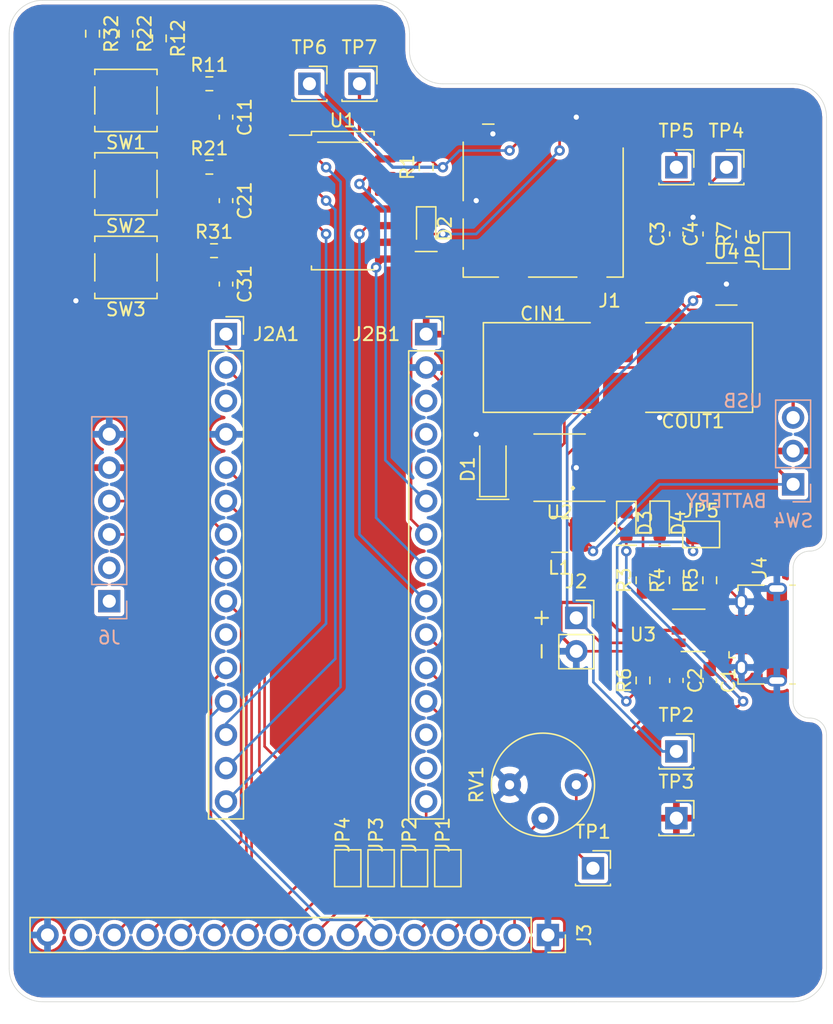
<source format=kicad_pcb>
(kicad_pcb (version 20211014) (generator pcbnew)
  (layers (0 "F.Cu" signal) (31 "B.Cu" signal) (35 "F.Paste" user) (36 "B.SilkS" user "B.Silkscreen") (37 "F.SilkS" user "F.Silkscreen") (38 "B.Mask" user) (39 "F.Mask" user) (44 "Edge.Cuts" user))
  (net 0 "")
  (net 1 "GNDREF")
  (net 2 "+5V")
  (net 3 "+3V3")
  (net 4 "Net-(C11-Pad1)")
  (net 5 "Net-(C21-Pad1)")
  (net 6 "Net-(C31-Pad1)")
  (net 7 "Net-(D1-Pad1)")
  (net 8 "Net-(D2-Pad2)")
  (net 9 "Net-(D2-Pad1)")
  (net 10 "Net-(D3-Pad1)")
  (net 11 "Net-(D4-Pad2)")
  (net 12 "/SPI1_MISO")
  (net 13 "Net-(J1-Pad3)")
  (net 14 "Net-(J1-Pad2)")
  (net 15 "/LCD_DB7")
  (net 16 "/LCD_DB6")
  (net 17 "/LCD_DB5")
  (net 18 "/LCD_DB4")
  (net 19 "Net-(J3-Pad10)")
  (net 20 "Net-(J3-Pad9)")
  (net 21 "Net-(J3-Pad8)")
  (net 22 "Net-(J3-Pad7)")
  (net 23 "/LCD_EN")
  (net 24 "/LCD_RW")
  (net 25 "/LCD_RS")
  (net 26 "Net-(J3-Pad3)")
  (net 30 "/I2C1_SDA")
  (net 31 "/I2C1_SCL")
  (net 34 "/GPIO_EXTI4")
  (net 35 "/GPIO_EXTI5")
  (net 36 "/GPIO_EXTI11")
  (net 37 "/LCD_DB3")
  (net 38 "/LCD_DB2")
  (net 39 "/LCD_DB1")
  (net 40 "/LCD_DB0")
  (net 41 "/SPI1_NSS")
  (net 42 "/SPI1_SCK")
  (net 43 "/SPI1_MOSI")
  (net 44 "Net-(JP5-Pad1)")
  (net 45 "Net-(JP5-Pad2)")
  (net 46 "Net-(R3-Pad1)")
  (net 47 "Net-(R11-Pad1)")
  (net 48 "Net-(R21-Pad1)")
  (net 49 "Net-(R31-Pad1)")
  (net 50 "Net-(C4-Pad1)")
  (net 51 "Net-(COUT1-Pad1)")
  (net 52 "Net-(JP6-Pad1)")
  (net 53 "Net-(JP6-Pad2)")
  (net 54 "/+3V7")
  (net 62 "Net-(J3-Pad15)")
  (footprint "Capacitor_SMD:C_0603_1608Metric_Pad1.08x0.95mm_HandSolder" (layer "F.Cu") (at 194.31 115.25 -90)
    (fp_text reference "C1")
    (fp_text value "10p")
  )
  (footprint "Capacitor_SMD:C_0603_1608Metric_Pad1.08x0.95mm_HandSolder" (layer "F.Cu") (at 191.77 115.25 -90)
    (fp_text reference "C2")
    (fp_text value "10p")
  )
  (footprint "Capacitor_SMD:C_0603_1608Metric_Pad1.08x0.95mm_HandSolder" (layer "F.Cu") (at 157.48 72.39 -90)
    (fp_text reference "C11")
    (fp_text value "100nF")
  )
  (footprint "Capacitor_SMD:C_0603_1608Metric_Pad1.08x0.95mm_HandSolder" (layer "F.Cu") (at 157.48 78.74 -90)
    (fp_text reference "C21")
    (fp_text value "100nF")
  )
  (footprint "Capacitor_SMD:C_0603_1608Metric_Pad1.08x0.95mm_HandSolder" (layer "F.Cu") (at 157.48 85.09 -90)
    (fp_text reference "C31")
    (fp_text value "100nF")
  )
  (footprint "Capacitor_Tantalum_SMD:CP_EIA-7260-38_AVX-R_Pad2.68x6.30mm_HandSolder" (layer "F.Cu") (at 181.61 91.44)
    (fp_text reference "CIN1")
    (fp_text value "120uF")
  )
  (footprint "Capacitor_Tantalum_SMD:CP_EIA-7260-15_AVX-R_Pad2.68x6.30mm_HandSolder" (layer "F.Cu") (at 193.04 91.44 180)
    (fp_text reference "COUT1")
    (fp_text value "33uF")
  )
  (footprint "Diode_SMD:D_SOD-123F" (layer "F.Cu") (at 177.8 99.06 90)
    (fp_text reference "D1")
    (fp_text value "SM5817PL")
  )
  (footprint "LED_SMD:LED_0603_1608Metric_Pad1.05x0.95mm_HandSolder" (layer "F.Cu") (at 172.72 80.8725 -90)
    (fp_text reference "D2")
    (fp_text value "LED3")
  )
  (footprint "LED_SMD:LED_0603_1608Metric_Pad1.05x0.95mm_HandSolder" (layer "F.Cu") (at 187.96 103.281395 -90)
    (fp_text reference "D3")
    (fp_text value "LED1")
  )
  (footprint "LED_SMD:LED_0603_1608Metric_Pad1.05x0.95mm_HandSolder" (layer "F.Cu") (at 190.5 103.265 -90)
    (fp_text reference "D4")
    (fp_text value "LED2")
  )
  (footprint "Connector_Card:microSD_HC_Molex_104031-0811" (layer "F.Cu") (at 181.61 78.74)
    (fp_text reference "J1")
    (fp_text value "Micro_SD_Card")
  )
  (footprint "Connector_PinSocket_2.54mm:PinSocket_1x16_P2.54mm_Vertical" (layer "F.Cu") (at 181.99 134.62 -90)
    (fp_text reference "J3")
    (fp_text value "Conn_01x16_Male")
  )
  (footprint "Connector_USB:USB_Micro-B_Amphenol_10118194_Horizontal" (layer "F.Cu") (at 198.12 111.76 90)
    (fp_text reference "J4")
    (fp_text value "USB_B_Micro")
  )
  (footprint "Connector_PinSocket_2.54mm:PinSocket_1x15_P2.54mm_Vertical" (layer "F.Cu") (at 157.48 88.9)
    (fp_text reference "J2A1")
    (fp_text value "Conn_01x15_Female")
  )
  (footprint "Connector_PinSocket_2.54mm:PinSocket_1x15_P2.54mm_Vertical" (layer "F.Cu") (at 172.72 88.9)
    (fp_text reference "J2B1")
    (fp_text value "Conn_01x15_Female")
  )
  (footprint "Jumper:SolderJumper-2_P1.3mm_Open_Pad1.0x1.5mm" (layer "F.Cu") (at 174.37 129.54 -90)
    (fp_text reference "JP1")
    (fp_text value "SolderJumper_2_Open")
  )
  (footprint "Jumper:SolderJumper-2_P1.3mm_Open_Pad1.0x1.5mm" (layer "F.Cu") (at 171.83 129.54 -90)
    (fp_text reference "JP2")
    (fp_text value "SolderJumper_2_Open")
  )
  (footprint "Jumper:SolderJumper-2_P1.3mm_Open_Pad1.0x1.5mm" (layer "F.Cu") (at 169.29 129.54 -90)
    (fp_text reference "JP3")
    (fp_text value "SolderJumper_2_Open")
  )
  (footprint "Jumper:SolderJumper-2_P1.3mm_Open_Pad1.0x1.5mm" (layer "F.Cu") (at 166.75 129.54 -90)
    (fp_text reference "JP4")
    (fp_text value "SolderJumper_2_Open")
  )
  (footprint "Jumper:SolderJumper-2_P1.3mm_Open_Pad1.0x1.5mm" (layer "F.Cu") (at 193.66 104.14)
    (fp_text reference "JP5")
    (fp_text value "SolderJumper_2_Open")
  )
  (footprint "Inductor_SMD:L_1210_3225Metric_Pad1.42x2.65mm_HandSolder" (layer "F.Cu") (at 182.88 104.14)
    (fp_text reference "L1")
    (fp_text value "27uH")
  )
  (footprint "Resistor_SMD:R_0603_1608Metric_Pad0.98x0.95mm_HandSolder" (layer "F.Cu") (at 172.72 76.2 90)
    (fp_text reference "R1")
    (fp_text value "1k")
  )
  (footprint "Resistor_SMD:R_0603_1608Metric_Pad0.98x0.95mm_HandSolder" (layer "F.Cu") (at 189.23 107.63 90)
    (fp_text reference "R3")
    (fp_text value "470")
  )
  (footprint "Resistor_SMD:R_0603_1608Metric_Pad0.98x0.95mm_HandSolder" (layer "F.Cu") (at 191.77 107.63 90)
    (fp_text reference "R4")
    (fp_text value "470")
  )
  (footprint "Resistor_SMD:R_0603_1608Metric_Pad0.98x0.95mm_HandSolder" (layer "F.Cu") (at 194.31 107.63 90)
    (fp_text reference "R5")
    (fp_text value "10k")
  )
  (footprint "Resistor_SMD:R_0603_1608Metric_Pad0.98x0.95mm_HandSolder" (layer "F.Cu") (at 189.23 115.25 90)
    (fp_text reference "R6")
    (fp_text value "2.5k")
  )
  (footprint "Resistor_SMD:R_0603_1608Metric_Pad0.98x0.95mm_HandSolder" (layer "F.Cu") (at 156.21 69.85)
    (fp_text reference "R11")
    (fp_text value "47k")
  )
  (footprint "Resistor_SMD:R_0603_1608Metric_Pad0.98x0.95mm_HandSolder" (layer "F.Cu") (at 152.4 66.3975 -90)
    (fp_text reference "R12")
    (fp_text value "20k")
  )
  (footprint "Resistor_SMD:R_0603_1608Metric_Pad0.98x0.95mm_HandSolder" (layer "F.Cu") (at 156.21 76.2)
    (fp_text reference "R21")
    (fp_text value "47k")
  )
  (footprint "Resistor_SMD:R_0603_1608Metric_Pad0.98x0.95mm_HandSolder" (layer "F.Cu") (at 149.86 66.04 -90)
    (fp_text reference "R22")
    (fp_text value "20k")
  )
  (footprint "Resistor_SMD:R_0603_1608Metric_Pad0.98x0.95mm_HandSolder" (layer "F.Cu") (at 156.5675 82.55)
    (fp_text reference "R31")
    (fp_text value "47k")
  )
  (footprint "Resistor_SMD:R_0603_1608Metric_Pad0.98x0.95mm_HandSolder" (layer "F.Cu") (at 147.32 66.04 -90)
    (fp_text reference "R32")
    (fp_text value "20k")
  )
  (footprint "Potentiometer_THT:Potentiometer_Bourns_3339P_Vertical_HandSoldering" (layer "F.Cu") (at 184.15 123.19 90)
    (fp_text reference "RV1")
    (fp_text value "R_POT_US")
  )
  (footprint "Button_Switch_SMD:SW_SPST_TL3305A" (layer "F.Cu") (at 149.86 71.12 180)
    (fp_text reference "SW1")
    (fp_text value "SW_Push")
  )
  (footprint "Button_Switch_SMD:SW_SPST_TL3305A" (layer "F.Cu") (at 149.86 77.47 180)
    (fp_text reference "SW2")
    (fp_text value "SW_Push")
  )
  (footprint "Button_Switch_SMD:SW_SPST_TL3305A" (layer "F.Cu") (at 149.86 83.82 180)
    (fp_text reference "SW3")
    (fp_text value "SW_Push")
  )
  (footprint "Package_SO:SOIC-8_3.9x4.9mm_P1.27mm" (layer "F.Cu") (at 182.88 99.06 180)
    (fp_text reference "U2")
    (fp_text value "LM2594M-3.3")
  )
  (footprint "Package_TO_SOT_SMD:SOT-23-5" (layer "F.Cu") (at 193.04 111.44)
    (fp_text reference "U3")
    (fp_text value "MCP73831-2-OT")
  )
  (footprint "Package_SO:SOIC-16_4.55x10.3mm_P1.27mm" (layer "F.Cu") (at 166.37 78.74)
    (fp_text reference "U1")
    (fp_text value "4050")
  )
  (footprint "Capacitor_SMD:C_0603_1608Metric_Pad1.08x0.95mm_HandSolder" (layer "F.Cu") (at 191.77 81.28 90)
    (fp_text reference "C3")
    (fp_text value "1u")
  )
  (footprint "Capacitor_SMD:C_0603_1608Metric_Pad1.08x0.95mm_HandSolder" (layer "F.Cu") (at 194.31 81.28 90)
    (fp_text reference "C4")
    (fp_text value "1u")
  )
  (footprint "Jumper:SolderJumper-2_P1.3mm_Open_Pad1.0x1.5mm" (layer "F.Cu") (at 199.39 82.55 90)
    (fp_text reference "JP6")
    (fp_text value "SolderJumper_2_Open")
  )
  (footprint "Resistor_SMD:R_0603_1608Metric_Pad0.98x0.95mm_HandSolder" (layer "F.Cu") (at 196.85 81.28 90)
    (fp_text reference "R7")
    (fp_text value "10k")
  )
  (footprint "Connector_PinSocket_2.54mm:PinSocket_1x01_P2.54mm_Vertical" (layer "F.Cu") (at 185.42 129.54)
    (fp_text reference "TP1")
    (fp_text value "TestPoint")
  )
  (footprint "Connector_PinSocket_2.54mm:PinSocket_1x01_P2.54mm_Vertical" (layer "F.Cu") (at 191.77 120.65)
    (fp_text reference "TP2")
    (fp_text value "TestPoint")
  )
  (footprint "Connector_PinSocket_2.54mm:PinSocket_1x01_P2.54mm_Vertical" (layer "F.Cu") (at 191.77 125.73)
    (fp_text reference "TP3")
    (fp_text value "TestPoint")
  )
  (footprint "Package_SO:TSOP-5_1.65x3.05mm_P0.95mm" (layer "F.Cu") (at 195.58 85.09)
    (fp_text reference "U4")
    (fp_text value "NCP164ASN330T1G")
  )
  (footprint "Connector_PinSocket_2.54mm:PinSocket_1x01_P2.54mm_Vertical" (layer "F.Cu") (at 195.58 76.2)
    (fp_text reference "TP4")
    (fp_text value "TestPoint")
  )
  (footprint "Connector_PinSocket_2.54mm:PinSocket_1x01_P2.54mm_Vertical" (layer "F.Cu") (at 191.77 76.2)
    (fp_text reference "TP5")
    (fp_text value "TestPoint")
  )
  (footprint "Connector_PinSocket_2.54mm:PinSocket_1x01_P2.54mm_Vertical" (layer "F.Cu") (at 163.83 69.85)
    (fp_text reference "TP6")
    (fp_text value "TestPoint")
  )
  (footprint "Connector_PinSocket_2.54mm:PinSocket_1x01_P2.54mm_Vertical" (layer "F.Cu") (at 167.64 69.85)
    (fp_text reference "TP7")
    (fp_text value "TestPoint")
  )
  (footprint "Connector_PinSocket_2.54mm:PinSocket_1x02_P2.54mm_Vertical" (layer "F.Cu") (at 184.15 110.49)
    (fp_text reference "J2")
    (fp_text value "Conn_01x02_Female")
  )
  (footprint "Connector_PinSocket_2.54mm:PinSocket_1x06_P2.54mm_Vertical" (layer "B.Cu") (at 148.59 109.22)
    (fp_text reference "J6")
    (fp_text value "Conn_01x06_Female")
  )
  (footprint "Connector_PinSocket_2.54mm:PinSocket_1x03_P2.54mm_Vertical" (layer "B.Cu") (at 200.66 100.33)
    (fp_text reference "SW4")
    (fp_text value "SW_SPDT_MSM")
  )
  (gr_line (start 164.465 74.295) (end 168.275 74.295) (layer "F.SilkS") (width 0.12))
  (gr_line (start 189.738 104.9655) (end 191.262 104.9655) (layer "F.SilkS") (width 0.12))
  (gr_line (start 187.198 104.9655) (end 188.722 104.9655) (layer "F.SilkS") (width 0.12))
  (gr_line (start 171.8945 82.6135) (end 173.5455 82.6135) (layer "F.SilkS") (width 0.12))
  (gr_line (start 176.5935 101.473) (end 179.0065 101.473) (layer "F.SilkS") (width 0.12))
  (gr_line (start 203.2 72.39) (end 203.2 104.14) (layer "Edge.Cuts") (width 0.05))
  (gr_line (start 140.97 66.04) (end 140.97 137.16) (layer "Edge.Cuts") (width 0.05))
  (gr_line (start 143.51 139.7) (end 184.15 139.7) (layer "Edge.Cuts") (width 0.05))
  (gr_line (start 200.66 69.85) (end 173.99 69.85) (layer "Edge.Cuts") (width 0.05))
  (gr_line (start 203.2 119.38) (end 203.2 137.16) (layer "Edge.Cuts") (width 0.05))
  (gr_line (start 200.66 139.7) (end 184.15 139.7) (layer "Edge.Cuts") (width 0.05))
  (gr_line (start 168.91 63.5) (end 143.51 63.5) (layer "Edge.Cuts") (width 0.05))
  (gr_line (start 171.45 66.04) (end 171.45 67.31) (layer "Edge.Cuts") (width 0.05))
  (gr_arc (start 201.93 118.11) (mid 201.031974 117.738026) (end 200.66 116.84) (layer "Edge.Cuts") (width 0.05))
  (gr_arc (start 140.97 66.04) (mid 141.713949 64.243949) (end 143.51 63.5) (layer "Edge.Cuts") (width 0.05))
  (gr_arc (start 203.2 104.14) (mid 202.828026 105.038026) (end 201.93 105.41) (layer "Edge.Cuts") (width 0.05))
  (gr_arc (start 168.91 63.5) (mid 170.706051 64.243949) (end 171.45 66.04) (layer "Edge.Cuts") (width 0.05))
  (gr_arc (start 201.93 118.11) (mid 202.828026 118.481974) (end 203.2 119.38) (layer "Edge.Cuts") (width 0.05))
  (gr_arc (start 173.99 69.85) (mid 172.193949 69.106051) (end 171.45 67.31) (layer "Edge.Cuts") (width 0.05))
  (gr_line (start 200.66 106.68) (end 200.66 116.84) (layer "Edge.Cuts") (width 0.05))
  (gr_arc (start 200.66 106.68) (mid 201.031974 105.781974) (end 201.93 105.41) (layer "Edge.Cuts") (width 0.05))
  (gr_arc (start 203.2 137.16) (mid 202.456051 138.956051) (end 200.66 139.7) (layer "Edge.Cuts") (width 0.05))
  (gr_arc (start 200.66 69.85) (mid 202.456051 70.593949) (end 203.2 72.39) (layer "Edge.Cuts") (width 0.05))
  (gr_arc (start 143.51 139.7) (mid 141.713949 138.956051) (end 140.97 137.16) (layer "Edge.Cuts") (width 0.05))
  (gr_text "USB" (at 196.85 93.98) (layer "B.SilkS") (effects (font (size 1 1)) (justify mirror)))
  (gr_text "BATTERY" (at 195.58 101.6) (layer "B.SilkS") (effects (font (size 1 1)) (justify mirror)))
  (gr_text "+ -" (at 181.61 111.76 -90) (layer "F.SilkS") (effects (font (size 1.27 1.27))))
  (gr_text "·" (at 183.896 100.457) (layer "F.SilkS") (effects (font (size 2 2))))
  (segment (start 184.15 99.06) (end 185.29 99.06) (width 0.2) (layer "F.Cu") (net 1))
  (segment (start 186.005 72.39) (end 184.15 72.39) (width 0.2) (layer "F.Cu") (net 1))
  (segment (start 147.360001 84.219999) (end 147.360001 80.070001) (width 0.2) (layer "F.Cu") (net 1))
  (segment (start 190.1025 94.8525) (end 190.5 95.25) (width 0.2) (layer "F.Cu") (net 1))
  (segment (start 194.31 80.4175) (end 193.4475 80.4175) (width 0.2) (layer "F.Cu") (net 1))
  (segment (start 176.53 78.74) (end 176.53 78.78) (width 0.2) (layer "F.Cu") (net 1))
  (segment (start 156.8475 85.32) (end 157.48 85.9525) (width 0.2) (layer "F.Cu") (net 1))
  (segment (start 183.039999 109.314999) (end 182.974999 109.379999) (width 0.25) (layer "F.Cu") (net 1))
  (segment (start 180.405 98.425) (end 180.405 97.155) (width 0.2) (layer "F.Cu") (net 1))
  (segment (start 184.15 113.03) (end 187.9225 113.03) (width 0.2) (layer "F.Cu") (net 1))
  (segment (start 178.505 73.29) (end 178.17 73.29) (width 0.2) (layer "F.Cu") (net 1))
  (segment (start 153.46 85.32) (end 156.8475 85.32) (width 0.2) (layer "F.Cu") (net 1))
  (segment (start 156.8475 72.62) (end 157.48 73.2525) (width 0.2) (layer "F.Cu") (net 1))
  (segment (start 186.155 72.54) (end 186.005 72.39) (width 0.2) (layer "F.Cu") (net 1))
  (segment (start 147.360001 80.070001) (end 146.26 78.97) (width 0.2) (layer "F.Cu") (net 1))
  (segment (start 146.26 85.32) (end 146.26 86.15) (width 0.2) (layer "F.Cu") (net 1))
  (segment (start 194.915701 102.39) (end 199.42 106.894299) (width 0.2) (layer "F.Cu") (net 1))
  (segment (start 199.02 109.26) (end 199.42 108.86) (width 0.2) (layer "F.Cu") (net 1))
  (segment (start 194.31 106.7175) (end 194.31 106.85) (width 0.2) (layer "F.Cu") (net 1))
  (segment (start 199.42 108.86) (end 199.42 110.76) (width 0.2) (layer "F.Cu") (net 1))
  (segment (start 187.9225 113.03) (end 189.23 114.3375) (width 0.2) (layer "F.Cu") (net 1))
  (segment (start 177.8 96.52) (end 177.8 97.66) (width 0.2) (layer "F.Cu") (net 1))
  (segment (start 185.260001 109.314999) (end 183.039999 109.314999) (width 0.25) (layer "F.Cu") (net 1))
  (segment (start 184.5475 91.44) (end 190.1025 91.44) (width 0.2) (layer "F.Cu") (net 1))
  (segment (start 191.77 116.1125) (end 194.31 116.1125) (width 0.2) (layer "F.Cu") (net 1))
  (segment (start 154.0925 79.6025) (end 153.46 78.97) (width 0.2) (layer "F.Cu") (net 1))
  (segment (start 185.355 99.695) (end 185.355 100.965) (width 0.2) (layer "F.Cu") (net 1))
  (segment (start 199.02 114.26) (end 199.42 114.66) (width 0.2) (layer "F.Cu") (net 1))
  (segment (start 199.42 106.894299) (end 199.42 108.86) (width 0.2) (layer "F.Cu") (net 1))
  (segment (start 186.155 73.29) (end 186.155 72.54) (width 0.2) (layer "F.Cu") (net 1))
  (segment (start 189.995 114.3375) (end 191.77 116.1125) (width 0.2) (layer "F.Cu") (net 1))
  (segment (start 180.405 97.155) (end 178.305 97.155) (width 0.2) (layer "F.Cu") (net 1))
  (segment (start 192.6325 80.4175) (end 193.04 80.01) (width 0.2) (layer "F.Cu") (net 1))
  (segment (start 176.53 96.52) (end 176.66 96.52) (width 0.2) (layer "F.Cu") (net 1))
  (segment (start 182.974999 111.854999) (end 184.15 113.03) (width 0.25) (layer "F.Cu") (net 1))
  (segment (start 185.355 98.995) (end 185.355 99.695) (width 0.2) (layer "F.Cu") (net 1))
  (segment (start 196.72 114.26) (end 199.02 114.26) (width 0.2) (layer "F.Cu") (net 1))
  (segment (start 191.77 80.4175) (end 192.6325 80.4175) (width 0.2) (layer "F.Cu") (net 1))
  (segment (start 191.94 111.44) (end 187.385002 111.44) (width 0.25) (layer "F.Cu") (net 1))
  (segment (start 146.26 86.15) (end 146.05 86.36) (width 0.2) (layer "F.Cu") (net 1))
  (segment (start 189.23 114.3375) (end 189.995 114.3375) (width 0.2) (layer "F.Cu") (net 1))
  (segment (start 185.29 99.06) (end 185.355 98.995) (width 0.2) (layer "F.Cu") (net 1))
  (segment (start 172.72 91.44) (end 177.8 96.52) (width 0.2) (layer "F.Cu") (net 1))
  (segment (start 194.42 85.09) (end 195.58 85.09) (width 0.2) (layer "F.Cu") (net 1))
  (segment (start 185.355 98.425) (end 185.355 98.995) (width 0.2) (layer "F.Cu") (net 1))
  (segment (start 193.4475 80.4175) (end 193.04 80.01) (width 0.2) (layer "F.Cu") (net 1))
  (segment (start 153.46 72.62) (end 156.8475 72.62) (width 0.2) (layer "F.Cu") (net 1))
  (segment (start 147.360001 80.070001) (end 147.360001 73.720001) (width 0.2) (layer "F.Cu") (net 1))
  (segment (start 184.15 73.145) (end 184.005 73.29) (width 0.2) (layer "F.Cu") (net 1))
  (segment (start 194.31 106.85) (end 196.72 109.26) (width 0.2) (layer "F.Cu") (net 1))
  (segment (start 187.385002 111.44) (end 185.260001 109.314999) (width 0.25) (layer "F.Cu") (net 1))
  (segment (start 160.2475 83.185) (end 157.48 85.9525) (width 0.2) (layer "F.Cu") (net 1))
  (segment (start 147.360001 73.720001) (end 146.26 72.62) (width 0.2) (layer "F.Cu") (net 1))
  (segment (start 190.1025 91.44) (end 190.1025 94.8525) (width 0.2) (layer "F.Cu") (net 1))
  (segment (start 163.12 83.185) (end 160.2475 83.185) (width 0.2) (layer "F.Cu") (net 1))
  (segment (start 196.72 110.46) (end 196.72 109.26) (width 0.2) (layer "F.Cu") (net 1))
  (segment (start 182.974999 109.379999) (end 182.974999 111.854999) (width 0.25) (layer "F.Cu") (net 1))
  (segment (start 199.42 112.76) (end 199.42 114.66) (width 0.2) (layer "F.Cu") (net 1))
  (segment (start 199.42 110.76) (end 199.42 112.76) (width 0.2) (layer "F.Cu") (net 1))
  (segment (start 184.15 72.39) (end 184.15 73.145) (width 0.2) (layer "F.Cu") (net 1))
  (segment (start 157.48 79.6025) (end 154.0925 79.6025) (width 0.2) (layer "F.Cu") (net 1))
  (segment (start 176.53 78.78) (end 175.87 79.44) (width 0.2) (layer "F.Cu") (net 1))
  (segment (start 176.66 96.52) (end 177.8 97.66) (width 0.2) (layer "F.Cu") (net 1))
  (segment (start 178.17 73.29) (end 177.8 73.66) (width 0.2) (layer "F.Cu") (net 1))
  (segment (start 146.26 85.32) (end 147.360001 84.219999) (width 0.2) (layer "F.Cu") (net 1))
  (segment (start 190.5 102.39) (end 194.915701 102.39) (width 0.2) (layer "F.Cu") (net 1))
  (segment (start 178.305 97.155) (end 177.8 97.66) (width 0.2) (layer "F.Cu") (net 1))
  (segment (start 196.72 109.26) (end 199.02 109.26) (width 0.2) (layer "F.Cu") (net 1))
  (via (at 195.58 85.09) (size 0.8) (drill 0.4) (layers "F.Cu" "B.Cu") (net 1))
  (via (at 184.15 72.39) (size 0.8) (drill 0.4) (layers "F.Cu" "B.Cu") (net 1))
  (via (at 190.5 95.25) (size 0.8) (drill 0.4) (layers "F.Cu" "B.Cu") (net 1))
  (via (at 177.8 73.66) (size 0.8) (drill 0.4) (layers "F.Cu" "B.Cu") (net 1))
  (via (at 146.05 86.36) (size 0.8) (drill 0.4) (layers "F.Cu" "B.Cu") (net 1))
  (via (at 193.04 80.01) (size 0.8) (drill 0.4) (layers "F.Cu" "B.Cu") (net 1))
  (via (at 176.53 78.74) (size 0.8) (drill 0.4) (layers "F.Cu" "B.Cu") (net 1))
  (via (at 184.15 99.06) (size 0.8) (drill 0.4) (layers "F.Cu" "B.Cu") (net 1))
  (via (at 176.53 96.52) (size 0.8) (drill 0.4) (layers "F.Cu" "B.Cu") (net 1))
  (segment (start 195.48502 115.424165) (end 194.448355 114.3875) (width 0.2) (layer "F.Cu") (net 2))
  (segment (start 196.72 113.06) (end 194.81 113.06) (width 0.25) (layer "F.Cu") (net 2))
  (segment (start 186.63001 96.818598) (end 184.701422 94.89001) (width 0.2) (layer "F.Cu") (net 2))
  (segment (start 196.85 116.84) (end 196.450001 117.239999) (width 0.2) (layer "F.Cu") (net 2))
  (segment (start 187.96 104.156395) (end 186.63001 102.826405) (width 0.2) (layer "F.Cu") (net 2))
  (segment (start 182.12251 94.89001) (end 178.6725 91.44) (width 0.2) (layer "F.Cu") (net 2))
  (segment (start 194.31 112.56) (end 194.14 112.39) (width 0.2) (layer "F.Cu") (net 2))
  (segment (start 181.61 130.81) (end 184.15 128.27) (width 0.2) (layer "F.Cu") (net 2))
  (segment (start 183.23999 97.201422) (end 183.23999 94.89001) (width 0.2) (layer "F.Cu") (net 2))
  (segment (start 195.48502 115.47502) (end 196.85 116.84) (width 0.2) (layer "F.Cu") (net 2))
  (segment (start 184.701422 94.89001) (end 183.23999 94.89001) (width 0.2) (layer "F.Cu") (net 2))
  (segment (start 184.15 128.27) (end 184.15 123.19) (width 0.2) (layer "F.Cu") (net 2))
  (segment (start 184.15 128.27) (end 185.42 129.54) (width 0.2) (layer "F.Cu") (net 2))
  (segment (start 180.746412 99.695) (end 183.23999 97.201422) (width 0.2) (layer "F.Cu") (net 2))
  (segment (start 180.405 99.695) (end 180.746412 99.695) (width 0.2) (layer "F.Cu") (net 2))
  (segment (start 186.63001 102.826405) (end 186.63001 96.818598) (width 0.2) (layer "F.Cu") (net 2))
  (segment (start 190.100001 117.239999) (end 184.15 123.19) (width 0.2) (layer "F.Cu") (net 2))
  (segment (start 179.45 134.62) (end 179.45 132.97) (width 0.2) (layer "F.Cu") (net 2))
  (segment (start 187.96 104.156395) (end 187.96 105.41) (width 0.2) (layer "F.Cu") (net 2))
  (segment (start 179.45 132.97) (end 181.61 130.81) (width 0.2) (layer "F.Cu") (net 2))
  (segment (start 194.81 113.06) (end 194.14 112.39) (width 0.25) (layer "F.Cu") (net 2))
  (segment (start 194.448355 114.3875) (end 194.31 114.3875) (width 0.2) (layer "F.Cu") (net 2))
  (segment (start 183.23999 94.89001) (end 182.12251 94.89001) (width 0.2) (layer "F.Cu") (net 2))
  (segment (start 196.450001 117.239999) (end 190.100001 117.239999) (width 0.2) (layer "F.Cu") (net 2))
  (segment (start 194.31 114.3875) (end 194.31 112.56) (width 0.2) (layer "F.Cu") (net 2))
  (segment (start 195.48502 115.424165) (end 195.48502 115.47502) (width 0.2) (layer "F.Cu") (net 2))
  (via (at 187.96 105.41) (size 0.8) (drill 0.4) (layers "F.Cu" "B.Cu") (net 2))
  (via (at 196.85 116.84) (size 0.8) (drill 0.4) (layers "F.Cu" "B.Cu") (net 2))
  (segment (start 196.85 116.84) (end 187.96 107.95) (width 0.2) (layer "B.Cu") (net 2))
  (segment (start 187.96 107.95) (end 187.96 105.41) (width 0.2) (layer "B.Cu") (net 2))
  (segment (start 185.355 97.155) (end 184.38 97.155) (width 0.2) (layer "F.Cu") (net 3))
  (segment (start 185.42 105.1925) (end 184.3675 104.14) (width 0.2) (layer "F.Cu") (net 3))
  (segment (start 195.9775 91.44) (end 195.9775 95.6475) (width 0.25) (layer "F.Cu") (net 3))
  (segment (start 185.42 105.41) (end 185.42 105.1925) (width 0.2) (layer "F.Cu") (net 3))
  (segment (start 184.38 97.155) (end 183.449999 98.085001) (width 0.2) (layer "F.Cu") (net 3))
  (segment (start 183.449999 98.085001) (end 183.449999 103.222499) (width 0.2) (layer "F.Cu") (net 3))
  (segment (start 183.449999 103.222499) (end 184.3675 104.14) (width 0.2) (layer "F.Cu") (net 3))
  (segment (start 195.9775 95.6475) (end 200.66 100.33) (width 0.25) (layer "F.Cu") (net 3))
  (via (at 185.42 105.41) (size 0.8) (drill 0.4) (layers "F.Cu" "B.Cu") (net 3))
  (segment (start 185.42 105.41) (end 190.5 100.33) (width 0.2) (layer "B.Cu") (net 3))
  (segment (start 190.5 100.33) (end 200.66 100.33) (width 0.2) (layer "B.Cu") (net 3))
  (segment (start 157.1225 71.17) (end 157.48 71.5275) (width 0.2) (layer "F.Cu") (net 4))
  (segment (start 157.1225 69.85) (end 157.1225 71.17) (width 0.2) (layer "F.Cu") (net 4))
  (segment (start 157.48 71.5275) (end 162.7875 76.835) (width 0.2) (layer "F.Cu") (net 4))
  (segment (start 162.7875 76.835) (end 163.12 76.835) (width 0.2) (layer "F.Cu") (net 4))
  (segment (start 157.1225 76.2) (end 157.1225 77.52) (width 0.2) (layer "F.Cu") (net 5))
  (segment (start 157.1225 77.52) (end 157.48 77.8775) (width 0.2) (layer "F.Cu") (net 5))
  (segment (start 163.12 79.375) (end 158.9775 79.375) (width 0.2) (layer "F.Cu") (net 5))
  (segment (start 158.9775 79.375) (end 157.48 77.8775) (width 0.2) (layer "F.Cu") (net 5))
  (segment (start 158.115 81.915) (end 157.48 82.55) (width 0.2) (layer "F.Cu") (net 6))
  (segment (start 163.12 81.915) (end 158.115 81.915) (width 0.2) (layer "F.Cu") (net 6))
  (segment (start 157.48 82.55) (end 157.48 84.2275) (width 0.2) (layer "F.Cu") (net 6))
  (segment (start 177.8 100.46) (end 179.9 100.46) (width 0.2) (layer "F.Cu") (net 7))
  (segment (start 179.9 100.46) (end 180.405 100.965) (width 0.2) (layer "F.Cu") (net 7))
  (segment (start 180.405 103.1525) (end 181.3925 104.14) (width 0.2) (layer "F.Cu") (net 7))
  (segment (start 180.405 100.965) (end 180.405 103.1525) (width 0.2) (layer "F.Cu") (net 7))
  (segment (start 188.309999 71.689999) (end 183.755001 71.689999) (width 0.2) (layer "F.Cu") (net 8))
  (segment (start 182.905 72.54) (end 182.905 73.29) (width 0.2) (layer "F.Cu") (net 8))
  (segment (start 191.77 75.15) (end 188.309999 71.689999) (width 0.2) (layer "F.Cu") (net 8))
  (segment (start 182.88 74.93) (end 182.88 73.315) (width 0.2) (layer "F.Cu") (net 8))
  (segment (start 173.99 81.28) (end 173.1875 81.28) (width 0.2) (layer "F.Cu") (net 8))
  (segment (start 191.77 76.2) (end 191.77 75.15) (width 0.2) (layer "F.Cu") (net 8))
  (segment (start 169.7875 81.7475) (end 169.62 81.915) (width 0.25) (layer "F.Cu") (net 8))
  (segment (start 173.1875 81.28) (end 172.72 81.7475) (width 0.2) (layer "F.Cu") (net 8))
  (segment (start 183.755001 71.689999) (end 182.905 72.54) (width 0.2) (layer "F.Cu") (net 8))
  (segment (start 172.72 81.7475) (end 169.7875 81.7475) (width 0.25) (layer "F.Cu") (net 8))
  (segment (start 182.88 73.315) (end 182.905 73.29) (width 0.2) (layer "F.Cu") (net 8))
  (via (at 173.99 81.28) (size 0.8) (drill 0.4) (layers "F.Cu" "B.Cu") (net 8))
  (via (at 182.88 74.93) (size 0.8) (drill 0.4) (layers "F.Cu" "B.Cu") (net 8))
  (segment (start 182.88 74.93) (end 176.53 81.28) (width 0.2) (layer "B.Cu") (net 8))
  (segment (start 176.53 81.28) (end 173.99 81.28) (width 0.2) (layer "B.Cu") (net 8))
  (segment (start 172.72 77.1125) (end 172.72 79.9975) (width 0.25) (layer "F.Cu") (net 9))
  (segment (start 189.23 103.676395) (end 187.96 102.406395) (width 0.2) (layer "F.Cu") (net 10))
  (segment (start 189.23 106.7175) (end 189.23 103.676395) (width 0.2) (layer "F.Cu") (net 10))
  (segment (start 190.5 104.14) (end 190.5 105.4475) (width 0.2) (layer "F.Cu") (net 11))
  (segment (start 190.5 105.4475) (end 191.77 106.7175) (width 0.2) (layer "F.Cu") (net 11))
  (segment (start 195.58 76.2) (end 194.429999 77.350001) (width 0.2) (layer "F.Cu") (net 12))
  (segment (start 171.569999 87.809999) (end 171.569999 102.989999) (width 0.2) (layer "F.Cu") (net 12))
  (segment (start 185.105 75.545002) (end 174.290002 86.36) (width 0.2) (layer "F.Cu") (net 12))
  (segment (start 174.290002 86.36) (end 173.019998 86.36) (width 0.2) (layer "F.Cu") (net 12))
  (segment (start 185.105 73.29) (end 185.105 75.545002) (width 0.2) (layer "F.Cu") (net 12))
  (segment (start 171.569999 102.989999) (end 172.72 104.14) (width 0.2) (layer "F.Cu") (net 12))
  (segment (start 186.909999 77.350001) (end 185.105 75.545002) (width 0.2) (layer "F.Cu") (net 12))
  (segment (start 173.019998 86.36) (end 171.569999 87.809999) (width 0.2) (layer "F.Cu") (net 12))
  (segment (start 194.429999 77.350001) (end 186.909999 77.350001) (width 0.2) (layer "F.Cu") (net 12))
  (segment (start 169.435912 75.565) (end 169.62 75.565) (width 0.25) (layer "F.Cu") (net 13))
  (segment (start 167.64 73.769088) (end 169.435912 75.565) (width 0.25) (layer "F.Cu") (net 13))
  (segment (start 170.815 75.565) (end 171.15949 75.565) (width 0.25) (layer "F.Cu") (net 13))
  (segment (start 180.629999 72.414999) (end 180.705 72.49) (width 0.25) (layer "F.Cu") (net 13))
  (segment (start 180.705 72.49) (end 180.705 73.29) (width 0.25) (layer "F.Cu") (net 13))
  (segment (start 167.64 69.85) (end 167.64 73.769088) (width 0.25) (layer "F.Cu") (net 13))
  (segment (start 171.15949 75.565) (end 174.309491 72.414999) (width 0.25) (layer "F.Cu") (net 13))
  (segment (start 169.62 75.565) (end 170.815 75.565) (width 0.25) (layer "F.Cu") (net 13))
  (segment (start 174.309491 72.414999) (end 180.629999 72.414999) (width 0.25) (layer "F.Cu") (net 13))
  (segment (start 172.72 75.2875) (end 172.26375 75.74375) (width 0.25) (layer "F.Cu") (net 14))
  (segment (start 170.42 79.375) (end 169.62 79.375) (width 0.25) (layer "F.Cu") (net 14))
  (segment (start 173.99 76.2) (end 173.6325 76.2) (width 0.2) (layer "F.Cu") (net 14))
  (segment (start 173.6325 76.2) (end 172.72 75.2875) (width 0.2) (layer "F.Cu") (net 14))
  (segment (start 170.74501 79.04999) (end 170.42 79.375) (width 0.25) (layer "F.Cu") (net 14))
  (segment (start 170.74501 77.26249) (end 170.74501 79.04999) (width 0.25) (layer "F.Cu") (net 14))
  (segment (start 179.605 74.395) (end 179.07 74.93) (width 0.2) (layer "F.Cu") (net 14))
  (segment (start 172.26375 75.74375) (end 170.74501 77.26249) (width 0.25) (layer "F.Cu") (net 14))
  (segment (start 179.605 73.29) (end 179.605 74.395) (width 0.2) (layer "F.Cu") (net 14))
  (via (at 179.07 74.93) (size 0.8) (drill 0.4) (layers "F.Cu" "B.Cu") (net 14))
  (via (at 173.99 76.2) (size 0.8) (drill 0.4) (layers "F.Cu" "B.Cu") (net 14))
  (segment (start 170.18 76.2) (end 173.99 76.2) (width 0.25) (layer "B.Cu") (net 14))
  (segment (start 163.83 69.85) (end 170.18 76.2) (width 0.25) (layer "B.Cu") (net 14))
  (segment (start 175.26 74.93) (end 173.99 76.2) (width 0.2) (layer "B.Cu") (net 14))
  (segment (start 179.07 74.93) (end 175.26 74.93) (width 0.2) (layer "B.Cu") (net 14))
  (segment (start 157.48 114.3) (end 156.329999 115.450001) (width 0.2) (layer "F.Cu") (net 15))
  (segment (start 156.329999 127.260001) (end 148.97 134.62) (width 0.2) (layer "F.Cu") (net 15))
  (segment (start 156.329999 115.450001) (end 156.329999 127.260001) (width 0.2) (layer "F.Cu") (net 15))
  (segment (start 158.630001 127.499999) (end 151.51 134.62) (width 0.2) (layer "F.Cu") (net 16))
  (segment (start 157.48 109.22) (end 158.630001 110.370001) (width 0.2) (layer "F.Cu") (net 16))
  (segment (start 158.630001 110.370001) (end 158.630001 127.499999) (width 0.2) (layer "F.Cu") (net 16))
  (segment (start 159.030011 129.639989) (end 154.05 134.62) (width 0.2) (layer "F.Cu") (net 17))
  (segment (start 159.030011 103.150011) (end 159.030011 129.639989) (width 0.2) (layer "F.Cu") (net 17))
  (segment (start 157.48 101.6) (end 159.030011 103.150011) (width 0.2) (layer "F.Cu") (net 17))
  (segment (start 159.430021 131.779979) (end 156.59 134.62) (width 0.2) (layer "F.Cu") (net 18))
  (segment (start 157.48 99.06) (end 159.430021 101.010021) (width 0.2) (layer "F.Cu") (net 18))
  (segment (start 159.430021 101.010021) (end 159.430021 131.779979) (width 0.2) (layer "F.Cu") (net 18))
  (segment (start 166.75 130.19) (end 163.56 130.19) (width 0.2) (layer "F.Cu") (net 19))
  (segment (start 163.56 130.19) (end 159.13 134.62) (width 0.2) (layer "F.Cu") (net 19))
  (segment (start 165.299999 130.990001) (end 161.67 134.62) (width 0.2) (layer "F.Cu") (net 20))
  (segment (start 168.489999 130.990001) (end 165.299999 130.990001) (width 0.2) (layer "F.Cu") (net 20))
  (segment (start 169.29 130.19) (end 168.489999 130.990001) (width 0.2) (layer "F.Cu") (net 20))
  (segment (start 171.83 130.19) (end 170.629989 131.390011) (width 0.2) (layer "F.Cu") (net 21))
  (segment (start 170.629989 131.390011) (end 167.439989 131.390011) (width 0.2) (layer "F.Cu") (net 21))
  (segment (start 172.18 130.54) (end 171.83 130.19) (width 0.25) (layer "F.Cu") (net 21))
  (segment (start 167.439989 131.390011) (end 164.21 134.62) (width 0.2) (layer "F.Cu") (net 21))
  (segment (start 172.769979 131.790021) (end 169.579979 131.790021) (width 0.2) (layer "F.Cu") (net 22))
  (segment (start 169.579979 131.790021) (end 166.75 134.62) (width 0.2) (layer "F.Cu") (net 22))
  (segment (start 174.37 130.19) (end 172.769979 131.790021) (width 0.2) (layer "F.Cu") (net 22))
  (segment (start 174.18 130.38) (end 174.37 130.19) (width 0.25) (layer "F.Cu") (net 22))
  (segment (start 168.139999 133.469999) (end 164.787997 133.469999) (width 0.2) (layer "B.Cu") (net 23))
  (segment (start 156.329999 117.990001) (end 157.48 116.84) (width 0.2) (layer "B.Cu") (net 23))
  (segment (start 169.29 134.62) (end 168.139999 133.469999) (width 0.2) (layer "B.Cu") (net 23))
  (segment (start 164.787997 133.469999) (end 156.329999 125.012001) (width 0.2) (layer "B.Cu") (net 23))
  (segment (start 156.329999 125.012001) (end 156.329999 117.990001) (width 0.2) (layer "B.Cu") (net 23))
  (segment (start 172.72 114.3) (end 175.420001 117.000001) (width 0.2) (layer "F.Cu") (net 24))
  (segment (start 175.420001 117.000001) (end 175.420001 131.029999) (width 0.2) (layer "F.Cu") (net 24))
  (segment (start 175.420001 131.029999) (end 171.83 134.62) (width 0.2) (layer "F.Cu") (net 24))
  (segment (start 175.820011 133.169989) (end 174.37 134.62) (width 0.2) (layer "F.Cu") (net 25))
  (segment (start 175.820011 114.860011) (end 175.820011 133.169989) (width 0.2) (layer "F.Cu") (net 25))
  (segment (start 172.72 111.76) (end 175.820011 114.860011) (width 0.2) (layer "F.Cu") (net 25))
  (segment (start 176.91 130.43) (end 176.91 134.62) (width 0.2) (layer "F.Cu") (net 26))
  (segment (start 181.61 125.73) (end 176.91 130.43) (width 0.2) (layer "F.Cu") (net 26))
  (segment (start 154.94 101.6) (end 148.59 101.6) (width 0.2) (layer "F.Cu") (net 30))
  (segment (start 157.48 104.14) (end 154.94 101.6) (width 0.2) (layer "F.Cu") (net 30))
  (segment (start 154.94 104.14) (end 157.48 106.68) (width 0.2) (layer "F.Cu") (net 31))
  (segment (start 148.59 104.14) (end 154.94 104.14) (width 0.2) (layer "F.Cu") (net 31))
  (segment (start 164.465 75.565) (end 165.1 76.2) (width 0.2) (layer "F.Cu") (net 34))
  (segment (start 163.12 75.565) (end 164.465 75.565) (width 0.2) (layer "F.Cu") (net 34))
  (via (at 165.1 76.2) (size 0.8) (drill 0.4) (layers "F.Cu" "B.Cu") (net 34))
  (segment (start 166.200011 115.739989) (end 157.48 124.46) (width 0.2) (layer "B.Cu") (net 34))
  (segment (start 166.200011 77.300011) (end 166.200011 115.739989) (width 0.2) (layer "B.Cu") (net 34))
  (segment (start 165.1 76.2) (end 166.200011 77.300011) (width 0.2) (layer "B.Cu") (net 34))
  (segment (start 163.12 78.105) (end 164.465 78.105) (width 0.2) (layer "F.Cu") (net 35))
  (segment (start 164.465 78.105) (end 165.1 78.74) (width 0.2) (layer "F.Cu") (net 35))
  (via (at 165.1 78.74) (size 0.8) (drill 0.4) (layers "F.Cu" "B.Cu") (net 35))
  (segment (start 165.1 78.74) (end 165.800001 79.440001) (width 0.2) (layer "B.Cu") (net 35))
  (segment (start 165.800001 79.440001) (end 165.800001 113.599999) (width 0.2) (layer "B.Cu") (net 35))
  (segment (start 165.800001 113.599999) (end 157.48 121.92) (width 0.2) (layer "B.Cu") (net 35))
  (segment (start 163.12 80.645) (end 164.465 80.645) (width 0.2) (layer "F.Cu") (net 36))
  (segment (start 164.465 80.645) (end 165.1 81.28) (width 0.2) (layer "F.Cu") (net 36))
  (via (at 165.1 81.28) (size 0.8) (drill 0.4) (layers "F.Cu" "B.Cu") (net 36))
  (segment (start 165.1 110.922002) (end 157.48 118.542002) (width 0.2) (layer "B.Cu") (net 36))
  (segment (start 157.48 118.542002) (end 157.48 119.38) (width 0.2) (layer "B.Cu") (net 36))
  (segment (start 165.1 81.28) (end 165.1 110.922002) (width 0.2) (layer "B.Cu") (net 36))
  (segment (start 160.02 122.16) (end 166.75 128.89) (width 0.2) (layer "F.Cu") (net 37))
  (segment (start 157.48 91.44) (end 160.02 93.98) (width 0.2) (layer "F.Cu") (net 37))
  (segment (start 160.02 93.98) (end 160.02 122.16) (width 0.2) (layer "F.Cu") (net 37))
  (segment (start 160.42001 92.678008) (end 157.48 89.737998) (width 0.2) (layer "F.Cu") (net 38))
  (segment (start 169.29 128.89) (end 169.04 128.89) (width 0.2) (layer "F.Cu") (net 38))
  (segment (start 160.42001 120.27001) (end 160.42001 92.678008) (width 0.2) (layer "F.Cu") (net 38))
  (segment (start 169.04 128.89) (end 160.42001 120.27001) (width 0.2) (layer "F.Cu") (net 38))
  (segment (start 157.48 89.737998) (end 157.48 88.9) (width 0.2) (layer "F.Cu") (net 38))
  (segment (start 172.72 124.46) (end 172.72 128) (width 0.2) (layer "F.Cu") (net 39))
  (segment (start 172.72 128) (end 171.83 128.89) (width 0.2) (layer "F.Cu") (net 39))
  (segment (start 174.37 118.49) (end 172.72 116.84) (width 0.2) (layer "F.Cu") (net 40))
  (segment (start 174.37 128.89) (end 174.37 118.49) (width 0.2) (layer "F.Cu") (net 40))
  (segment (start 169.62 80.645) (end 168.275 80.645) (width 0.2) (layer "F.Cu") (net 41))
  (segment (start 168.275 80.645) (end 167.64 81.28) (width 0.2) (layer "F.Cu") (net 41))
  (via (at 167.64 81.28) (size 0.8) (drill 0.4) (layers "F.Cu" "B.Cu") (net 41))
  (segment (start 167.64 81.28) (end 167.64 104.14) (width 0.2) (layer "B.Cu") (net 41))
  (segment (start 167.64 104.14) (end 172.72 109.22) (width 0.2) (layer "B.Cu") (net 41))
  (segment (start 169.545 83.185) (end 168.91 83.82) (width 0.2) (layer "F.Cu") (net 42))
  (segment (start 169.62 83.185) (end 169.545 83.185) (width 0.2) (layer "F.Cu") (net 42))
  (via (at 168.91 83.82) (size 0.8) (drill 0.4) (layers "F.Cu" "B.Cu") (net 42))
  (segment (start 168.91 102.87) (end 172.72 106.68) (width 0.2) (layer "B.Cu") (net 42))
  (segment (start 168.91 83.82) (end 168.91 102.87) (width 0.2) (layer "B.Cu") (net 42))
  (segment (start 169.62 76.835) (end 168.275 76.835) (width 0.2) (layer "F.Cu") (net 43))
  (segment (start 168.275 76.835) (end 167.64 77.47) (width 0.2) (layer "F.Cu") (net 43))
  (via (at 167.64 77.47) (size 0.8) (drill 0.4) (layers "F.Cu" "B.Cu") (net 43))
  (segment (start 169.610001 79.440001) (end 169.610001 98.490001) (width 0.2) (layer "B.Cu") (net 43))
  (segment (start 169.610001 98.490001) (end 172.72 101.6) (width 0.2) (layer "B.Cu") (net 43))
  (segment (start 167.64 77.47) (end 169.610001 79.440001) (width 0.2) (layer "B.Cu") (net 43))
  (segment (start 188.6375 116.1625) (end 187.96 116.84) (width 0.2) (layer "F.Cu") (net 44))
  (segment (start 189.23 116.1625) (end 188.6375 116.1625) (width 0.2) (layer "F.Cu") (net 44))
  (segment (start 193.01 105.38) (end 193.04 105.41) (width 0.2) (layer "F.Cu") (net 44))
  (segment (start 193.01 104.14) (end 193.01 105.38) (width 0.2) (layer "F.Cu") (net 44))
  (via (at 193.04 105.41) (size 0.8) (drill 0.4) (layers "F.Cu" "B.Cu") (net 44))
  (via (at 187.96 116.84) (size 0.8) (drill 0.4) (layers "F.Cu" "B.Cu") (net 44))
  (segment (start 192.339999 104.709999) (end 187.623999 104.709999) (width 0.2) (layer "B.Cu") (net 44))
  (segment (start 187.623999 104.709999) (end 187.259999 105.073999) (width 0.2) (layer "B.Cu") (net 44))
  (segment (start 193.04 105.41) (end 192.339999 104.709999) (width 0.2) (layer "B.Cu") (net 44))
  (segment (start 187.259999 116.139999) (end 187.96 116.84) (width 0.2) (layer "B.Cu") (net 44))
  (segment (start 187.259999 105.073999) (end 187.259999 116.139999) (width 0.2) (layer "B.Cu") (net 44))
  (segment (start 193.53499 106.244854) (end 193.53499 107.76749) (width 0.2) (layer "F.Cu") (net 45))
  (segment (start 194.31 105.469844) (end 193.53499 106.244854) (width 0.2) (layer "F.Cu") (net 45))
  (segment (start 194.31 108.5425) (end 194.31 110.32) (width 0.2) (layer "F.Cu") (net 45))
  (segment (start 193.53499 107.76749) (end 194.31 108.5425) (width 0.2) (layer "F.Cu") (net 45))
  (segment (start 194.31 104.14) (end 194.31 105.469844) (width 0.2) (layer "F.Cu") (net 45))
  (segment (start 194.31 110.32) (end 194.14 110.49) (width 0.2) (layer "F.Cu") (net 45))
  (segment (start 191.77 110.32) (end 191.94 110.49) (width 0.2) (layer "F.Cu") (net 46))
  (segment (start 191.77 108.5425) (end 191.77 110.32) (width 0.2) (layer "F.Cu") (net 46))
  (segment (start 189.23 108.5425) (end 191.77 108.5425) (width 0.2) (layer "F.Cu") (net 46))
  (segment (start 152.4 66.9525) (end 152.4 67.44) (width 0.25) (layer "F.Cu") (net 47))
  (segment (start 152.4 67.31) (end 152.4 68.56) (width 0.2) (layer "F.Cu") (net 47))
  (segment (start 155.0675 69.62) (end 155.2975 69.85) (width 0.2) (layer "F.Cu") (net 47))
  (segment (start 152.4 68.56) (end 153.46 69.62) (width 0.2) (layer "F.Cu") (net 47))
  (segment (start 153.46 69.62) (end 155.0675 69.62) (width 0.2) (layer "F.Cu") (net 47))
  (segment (start 149.86 66.9525) (end 149.86 72.37) (width 0.2) (layer "F.Cu") (net 48))
  (segment (start 149.86 72.37) (end 153.46 75.97) (width 0.2) (layer "F.Cu") (net 48))
  (segment (start 155.0675 75.97) (end 155.2975 76.2) (width 0.2) (layer "F.Cu") (net 48))
  (segment (start 153.46 75.97) (end 155.0675 75.97) (width 0.2) (layer "F.Cu") (net 48))
  (segment (start 153.69 82.55) (end 153.46 82.32) (width 0.2) (layer "F.Cu") (net 49))
  (segment (start 149.45999 72.535689) (end 152.127151 75.202849) (width 0.2) (layer "F.Cu") (net 49))
  (segment (start 152.127151 75.202849) (end 152.127151 80.987151) (width 0.2) (layer "F.Cu") (net 49))
  (segment (start 155.655 82.55) (end 153.69 82.55) (width 0.2) (layer "F.Cu") (net 49))
  (segment (start 149.45999 69.09249) (end 149.45999 72.535689) (width 0.2) (layer "F.Cu") (net 49))
  (segment (start 152.127151 80.987151) (end 153.46 82.32) (width 0.2) (layer "F.Cu") (net 49))
  (segment (start 147.32 66.9525) (end 149.45999 69.09249) (width 0.2) (layer "F.Cu") (net 49))
  (segment (start 194.31 82.1425) (end 194.7425 82.1425) (width 0.25) (layer "F.Cu") (net 50))
  (segment (start 196.74 84.14) (end 200.66 88.06) (width 0.25) (layer "F.Cu") (net 50))
  (segment (start 195.365 82.765) (end 196.74 84.14) (width 0.25) (layer "F.Cu") (net 50))
  (segment (start 195.365 81.8525) (end 196.85 80.3675) (width 0.25) (layer "F.Cu") (net 50))
  (segment (start 200.66 88.06) (end 200.66 95.25) (width 0.25) (layer "F.Cu") (net 50))
  (segment (start 195.365 82.765) (end 195.365 81.8525) (width 0.25) (layer "F.Cu") (net 50))
  (segment (start 194.7425 82.1425) (end 195.365 82.765) (width 0.25) (layer "F.Cu") (net 50))
  (segment (start 198.590001 79.309999) (end 200.440001 81.159999) (width 0.2) (layer "F.Cu") (net 52))
  (segment (start 195.719999 87.060001) (end 192.703999 87.060001) (width 0.2) (layer "F.Cu") (net 52))
  (segment (start 190.99499 85.350992) (end 190.99499 79.894854) (width 0.2) (layer "F.Cu") (net 52))
  (segment (start 191.579845 79.309999) (end 198.590001 79.309999) (width 0.2) (layer "F.Cu") (net 52))
  (segment (start 200.440001 81.159999) (end 200.440001 83.099999) (width 0.2) (layer "F.Cu") (net 52))
  (segment (start 196.74 86.04) (end 195.719999 87.060001) (width 0.2) (layer "F.Cu") (net 52))
  (segment (start 192.703999 87.060001) (end 190.99499 85.350992) (width 0.2) (layer "F.Cu") (net 52))
  (segment (start 200.34 83.2) (end 199.39 83.2) (width 0.2) (layer "F.Cu") (net 52))
  (segment (start 190.99499 79.894854) (end 191.579845 79.309999) (width 0.2) (layer "F.Cu") (net 52))
  (segment (start 200.440001 83.099999) (end 200.34 83.2) (width 0.2) (layer "F.Cu") (net 52))
  (segment (start 196.85 82.1925) (end 199.0975 82.1925) (width 0.2) (layer "F.Cu") (net 53))
  (segment (start 199.0975 82.1925) (end 199.39 81.9) (width 0.2) (layer "F.Cu") (net 53))
  (segment (start 194.42 86.04) (end 193.36 86.04) (width 0.2) (layer "F.Cu") (net 54))
  (segment (start 193.36 86.04) (end 193.04 86.36) (width 0.2) (layer "F.Cu") (net 54))
  (segment (start 193.87 86.04) (end 194.42 86.04) (width 0.2) (layer "F.Cu") (net 54))
  (segment (start 193.769999 85.939999) (end 193.87 86.04) (width 0.2) (layer "F.Cu") (net 54))
  (segment (start 184.3675 110.3125) (end 184.15 110.53) (width 0.2) (layer "F.Cu") (net 54))
  (segment (start 191.77 82.1425) (end 192.4225 82.1425) (width 0.2) (layer "F.Cu") (net 54))
  (segment (start 186.01 112.39) (end 191.94 112.39) (width 0.2) (layer "F.Cu") (net 54))
  (segment (start 193.87 84.14) (end 193.769999 84.240001) (width 0.2) (layer "F.Cu") (net 54))
  (segment (start 192.4225 82.1425) (end 194.42 84.14) (width 0.2) (layer "F.Cu") (net 54))
  (segment (start 191.94 112.39) (end 191.13 112.39) (width 0.2) (layer "F.Cu") (net 54))
  (segment (start 194.42 84.14) (end 193.87 84.14) (width 0.2) (layer "F.Cu") (net 54))
  (segment (start 184.15 110.53) (end 186.01 112.39) (width 0.2) (layer "F.Cu") (net 54))
  (segment (start 193.769999 84.240001) (end 193.769999 85.939999) (width 0.2) (layer "F.Cu") (net 54))
  (segment (start 191.94 112.39) (end 191.94 114.2175) (width 0.2) (layer "F.Cu") (net 54))
  (segment (start 191.94 114.2175) (end 191.77 114.3875) (width 0.2) (layer "F.Cu") (net 54))
  (via (at 193.04 86.36) (size 0.8) (drill 0.4) (layers "F.Cu" "B.Cu") (net 54))
  (segment (start 185.45001 115.38001) (end 190.72 120.65) (width 0.2) (layer "B.Cu") (net 54))
  (segment (start 184.15 110.53) (end 185.45001 111.83001) (width 0.2) (layer "B.Cu") (net 54))
  (segment (start 185.45001 111.83001) (end 185.45001 115.38001) (width 0.2) (layer "B.Cu") (net 54))
  (segment (start 183.449999 95.950001) (end 183.449999 109.829999) (width 0.2) (layer "B.Cu") (net 54))
  (segment (start 193.04 86.36) (end 183.449999 95.950001) (width 0.2) (layer "B.Cu") (net 54))
  (segment (start 190.72 120.65) (end 191.77 120.65) (width 0.2) (layer "B.Cu") (net 54))
  (segment (start 183.449999 109.829999) (end 184.15 110.53) (width 0.2) (layer "B.Cu") (net 54))
  (zone (net 3) (net_name "+3V3") (layer "F.Cu") (connect_pads (clearance 0.3)) (min_thickness 0.254) (fill yes (thermal_gap 0.508) (thermal_bridge_width 0.508))
    (polygon (pts (xy 203.2 139.7) (xy 140.97 139.7) (xy 140.97 63.5) (xy 203.2 63.5)))
  )
  (zone (net 1) (net_name "GNDREF") (layer "B.Cu") (connect_pads (clearance 0.3)) (min_thickness 0.254) (fill yes (thermal_gap 0.508) (thermal_bridge_width 0.508))
    (polygon (pts (xy 203.2 139.7) (xy 140.97 139.7) (xy 140.97 63.5) (xy 203.2 63.5)))
  )
)
</source>
